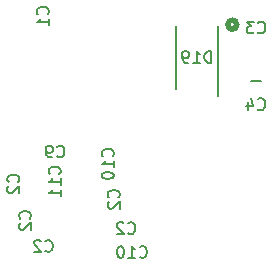
<source format=gbr>
%TF.GenerationSoftware,KiCad,Pcbnew,9.0.6*%
%TF.CreationDate,2025-12-07T19:18:26-08:00*%
%TF.ProjectId,redstone_comparator,72656473-746f-46e6-955f-636f6d706172,rev?*%
%TF.SameCoordinates,Original*%
%TF.FileFunction,Legend,Bot*%
%TF.FilePolarity,Positive*%
%FSLAX46Y46*%
G04 Gerber Fmt 4.6, Leading zero omitted, Abs format (unit mm)*
G04 Created by KiCad (PCBNEW 9.0.6) date 2025-12-07 19:18:26*
%MOMM*%
%LPD*%
G01*
G04 APERTURE LIST*
%ADD10C,0.150000*%
%ADD11C,0.508000*%
%ADD12C,0.200000*%
G04 APERTURE END LIST*
D10*
X130359580Y-52033333D02*
X130407200Y-51985714D01*
X130407200Y-51985714D02*
X130454819Y-51842857D01*
X130454819Y-51842857D02*
X130454819Y-51747619D01*
X130454819Y-51747619D02*
X130407200Y-51604762D01*
X130407200Y-51604762D02*
X130311961Y-51509524D01*
X130311961Y-51509524D02*
X130216723Y-51461905D01*
X130216723Y-51461905D02*
X130026247Y-51414286D01*
X130026247Y-51414286D02*
X129883390Y-51414286D01*
X129883390Y-51414286D02*
X129692914Y-51461905D01*
X129692914Y-51461905D02*
X129597676Y-51509524D01*
X129597676Y-51509524D02*
X129502438Y-51604762D01*
X129502438Y-51604762D02*
X129454819Y-51747619D01*
X129454819Y-51747619D02*
X129454819Y-51842857D01*
X129454819Y-51842857D02*
X129502438Y-51985714D01*
X129502438Y-51985714D02*
X129550057Y-52033333D01*
X129550057Y-52414286D02*
X129502438Y-52461905D01*
X129502438Y-52461905D02*
X129454819Y-52557143D01*
X129454819Y-52557143D02*
X129454819Y-52795238D01*
X129454819Y-52795238D02*
X129502438Y-52890476D01*
X129502438Y-52890476D02*
X129550057Y-52938095D01*
X129550057Y-52938095D02*
X129645295Y-52985714D01*
X129645295Y-52985714D02*
X129740533Y-52985714D01*
X129740533Y-52985714D02*
X129883390Y-52938095D01*
X129883390Y-52938095D02*
X130454819Y-52366667D01*
X130454819Y-52366667D02*
X130454819Y-52985714D01*
X138859580Y-53333333D02*
X138907200Y-53285714D01*
X138907200Y-53285714D02*
X138954819Y-53142857D01*
X138954819Y-53142857D02*
X138954819Y-53047619D01*
X138954819Y-53047619D02*
X138907200Y-52904762D01*
X138907200Y-52904762D02*
X138811961Y-52809524D01*
X138811961Y-52809524D02*
X138716723Y-52761905D01*
X138716723Y-52761905D02*
X138526247Y-52714286D01*
X138526247Y-52714286D02*
X138383390Y-52714286D01*
X138383390Y-52714286D02*
X138192914Y-52761905D01*
X138192914Y-52761905D02*
X138097676Y-52809524D01*
X138097676Y-52809524D02*
X138002438Y-52904762D01*
X138002438Y-52904762D02*
X137954819Y-53047619D01*
X137954819Y-53047619D02*
X137954819Y-53142857D01*
X137954819Y-53142857D02*
X138002438Y-53285714D01*
X138002438Y-53285714D02*
X138050057Y-53333333D01*
X138050057Y-53714286D02*
X138002438Y-53761905D01*
X138002438Y-53761905D02*
X137954819Y-53857143D01*
X137954819Y-53857143D02*
X137954819Y-54095238D01*
X137954819Y-54095238D02*
X138002438Y-54190476D01*
X138002438Y-54190476D02*
X138050057Y-54238095D01*
X138050057Y-54238095D02*
X138145295Y-54285714D01*
X138145295Y-54285714D02*
X138240533Y-54285714D01*
X138240533Y-54285714D02*
X138383390Y-54238095D01*
X138383390Y-54238095D02*
X138954819Y-53666667D01*
X138954819Y-53666667D02*
X138954819Y-54285714D01*
X132859580Y-37833333D02*
X132907200Y-37785714D01*
X132907200Y-37785714D02*
X132954819Y-37642857D01*
X132954819Y-37642857D02*
X132954819Y-37547619D01*
X132954819Y-37547619D02*
X132907200Y-37404762D01*
X132907200Y-37404762D02*
X132811961Y-37309524D01*
X132811961Y-37309524D02*
X132716723Y-37261905D01*
X132716723Y-37261905D02*
X132526247Y-37214286D01*
X132526247Y-37214286D02*
X132383390Y-37214286D01*
X132383390Y-37214286D02*
X132192914Y-37261905D01*
X132192914Y-37261905D02*
X132097676Y-37309524D01*
X132097676Y-37309524D02*
X132002438Y-37404762D01*
X132002438Y-37404762D02*
X131954819Y-37547619D01*
X131954819Y-37547619D02*
X131954819Y-37642857D01*
X131954819Y-37642857D02*
X132002438Y-37785714D01*
X132002438Y-37785714D02*
X132050057Y-37833333D01*
X132954819Y-38785714D02*
X132954819Y-38214286D01*
X132954819Y-38500000D02*
X131954819Y-38500000D01*
X131954819Y-38500000D02*
X132097676Y-38404762D01*
X132097676Y-38404762D02*
X132192914Y-38309524D01*
X132192914Y-38309524D02*
X132240533Y-38214286D01*
X132666666Y-57859580D02*
X132714285Y-57907200D01*
X132714285Y-57907200D02*
X132857142Y-57954819D01*
X132857142Y-57954819D02*
X132952380Y-57954819D01*
X132952380Y-57954819D02*
X133095237Y-57907200D01*
X133095237Y-57907200D02*
X133190475Y-57811961D01*
X133190475Y-57811961D02*
X133238094Y-57716723D01*
X133238094Y-57716723D02*
X133285713Y-57526247D01*
X133285713Y-57526247D02*
X133285713Y-57383390D01*
X133285713Y-57383390D02*
X133238094Y-57192914D01*
X133238094Y-57192914D02*
X133190475Y-57097676D01*
X133190475Y-57097676D02*
X133095237Y-57002438D01*
X133095237Y-57002438D02*
X132952380Y-56954819D01*
X132952380Y-56954819D02*
X132857142Y-56954819D01*
X132857142Y-56954819D02*
X132714285Y-57002438D01*
X132714285Y-57002438D02*
X132666666Y-57050057D01*
X132285713Y-57050057D02*
X132238094Y-57002438D01*
X132238094Y-57002438D02*
X132142856Y-56954819D01*
X132142856Y-56954819D02*
X131904761Y-56954819D01*
X131904761Y-56954819D02*
X131809523Y-57002438D01*
X131809523Y-57002438D02*
X131761904Y-57050057D01*
X131761904Y-57050057D02*
X131714285Y-57145295D01*
X131714285Y-57145295D02*
X131714285Y-57240533D01*
X131714285Y-57240533D02*
X131761904Y-57383390D01*
X131761904Y-57383390D02*
X132333332Y-57954819D01*
X132333332Y-57954819D02*
X131714285Y-57954819D01*
X133666666Y-49859580D02*
X133714285Y-49907200D01*
X133714285Y-49907200D02*
X133857142Y-49954819D01*
X133857142Y-49954819D02*
X133952380Y-49954819D01*
X133952380Y-49954819D02*
X134095237Y-49907200D01*
X134095237Y-49907200D02*
X134190475Y-49811961D01*
X134190475Y-49811961D02*
X134238094Y-49716723D01*
X134238094Y-49716723D02*
X134285713Y-49526247D01*
X134285713Y-49526247D02*
X134285713Y-49383390D01*
X134285713Y-49383390D02*
X134238094Y-49192914D01*
X134238094Y-49192914D02*
X134190475Y-49097676D01*
X134190475Y-49097676D02*
X134095237Y-49002438D01*
X134095237Y-49002438D02*
X133952380Y-48954819D01*
X133952380Y-48954819D02*
X133857142Y-48954819D01*
X133857142Y-48954819D02*
X133714285Y-49002438D01*
X133714285Y-49002438D02*
X133666666Y-49050057D01*
X133190475Y-49954819D02*
X132999999Y-49954819D01*
X132999999Y-49954819D02*
X132904761Y-49907200D01*
X132904761Y-49907200D02*
X132857142Y-49859580D01*
X132857142Y-49859580D02*
X132761904Y-49716723D01*
X132761904Y-49716723D02*
X132714285Y-49526247D01*
X132714285Y-49526247D02*
X132714285Y-49145295D01*
X132714285Y-49145295D02*
X132761904Y-49050057D01*
X132761904Y-49050057D02*
X132809523Y-49002438D01*
X132809523Y-49002438D02*
X132904761Y-48954819D01*
X132904761Y-48954819D02*
X133095237Y-48954819D01*
X133095237Y-48954819D02*
X133190475Y-49002438D01*
X133190475Y-49002438D02*
X133238094Y-49050057D01*
X133238094Y-49050057D02*
X133285713Y-49145295D01*
X133285713Y-49145295D02*
X133285713Y-49383390D01*
X133285713Y-49383390D02*
X133238094Y-49478628D01*
X133238094Y-49478628D02*
X133190475Y-49526247D01*
X133190475Y-49526247D02*
X133095237Y-49573866D01*
X133095237Y-49573866D02*
X132904761Y-49573866D01*
X132904761Y-49573866D02*
X132809523Y-49526247D01*
X132809523Y-49526247D02*
X132761904Y-49478628D01*
X132761904Y-49478628D02*
X132714285Y-49383390D01*
X150666666Y-39359580D02*
X150714285Y-39407200D01*
X150714285Y-39407200D02*
X150857142Y-39454819D01*
X150857142Y-39454819D02*
X150952380Y-39454819D01*
X150952380Y-39454819D02*
X151095237Y-39407200D01*
X151095237Y-39407200D02*
X151190475Y-39311961D01*
X151190475Y-39311961D02*
X151238094Y-39216723D01*
X151238094Y-39216723D02*
X151285713Y-39026247D01*
X151285713Y-39026247D02*
X151285713Y-38883390D01*
X151285713Y-38883390D02*
X151238094Y-38692914D01*
X151238094Y-38692914D02*
X151190475Y-38597676D01*
X151190475Y-38597676D02*
X151095237Y-38502438D01*
X151095237Y-38502438D02*
X150952380Y-38454819D01*
X150952380Y-38454819D02*
X150857142Y-38454819D01*
X150857142Y-38454819D02*
X150714285Y-38502438D01*
X150714285Y-38502438D02*
X150666666Y-38550057D01*
X150333332Y-38454819D02*
X149714285Y-38454819D01*
X149714285Y-38454819D02*
X150047618Y-38835771D01*
X150047618Y-38835771D02*
X149904761Y-38835771D01*
X149904761Y-38835771D02*
X149809523Y-38883390D01*
X149809523Y-38883390D02*
X149761904Y-38931009D01*
X149761904Y-38931009D02*
X149714285Y-39026247D01*
X149714285Y-39026247D02*
X149714285Y-39264342D01*
X149714285Y-39264342D02*
X149761904Y-39359580D01*
X149761904Y-39359580D02*
X149809523Y-39407200D01*
X149809523Y-39407200D02*
X149904761Y-39454819D01*
X149904761Y-39454819D02*
X150190475Y-39454819D01*
X150190475Y-39454819D02*
X150285713Y-39407200D01*
X150285713Y-39407200D02*
X150333332Y-39359580D01*
X146714285Y-41954819D02*
X146714285Y-40954819D01*
X146714285Y-40954819D02*
X146476190Y-40954819D01*
X146476190Y-40954819D02*
X146333333Y-41002438D01*
X146333333Y-41002438D02*
X146238095Y-41097676D01*
X146238095Y-41097676D02*
X146190476Y-41192914D01*
X146190476Y-41192914D02*
X146142857Y-41383390D01*
X146142857Y-41383390D02*
X146142857Y-41526247D01*
X146142857Y-41526247D02*
X146190476Y-41716723D01*
X146190476Y-41716723D02*
X146238095Y-41811961D01*
X146238095Y-41811961D02*
X146333333Y-41907200D01*
X146333333Y-41907200D02*
X146476190Y-41954819D01*
X146476190Y-41954819D02*
X146714285Y-41954819D01*
X145190476Y-41954819D02*
X145761904Y-41954819D01*
X145476190Y-41954819D02*
X145476190Y-40954819D01*
X145476190Y-40954819D02*
X145571428Y-41097676D01*
X145571428Y-41097676D02*
X145666666Y-41192914D01*
X145666666Y-41192914D02*
X145761904Y-41240533D01*
X144714285Y-41954819D02*
X144523809Y-41954819D01*
X144523809Y-41954819D02*
X144428571Y-41907200D01*
X144428571Y-41907200D02*
X144380952Y-41859580D01*
X144380952Y-41859580D02*
X144285714Y-41716723D01*
X144285714Y-41716723D02*
X144238095Y-41526247D01*
X144238095Y-41526247D02*
X144238095Y-41145295D01*
X144238095Y-41145295D02*
X144285714Y-41050057D01*
X144285714Y-41050057D02*
X144333333Y-41002438D01*
X144333333Y-41002438D02*
X144428571Y-40954819D01*
X144428571Y-40954819D02*
X144619047Y-40954819D01*
X144619047Y-40954819D02*
X144714285Y-41002438D01*
X144714285Y-41002438D02*
X144761904Y-41050057D01*
X144761904Y-41050057D02*
X144809523Y-41145295D01*
X144809523Y-41145295D02*
X144809523Y-41383390D01*
X144809523Y-41383390D02*
X144761904Y-41478628D01*
X144761904Y-41478628D02*
X144714285Y-41526247D01*
X144714285Y-41526247D02*
X144619047Y-41573866D01*
X144619047Y-41573866D02*
X144428571Y-41573866D01*
X144428571Y-41573866D02*
X144333333Y-41526247D01*
X144333333Y-41526247D02*
X144285714Y-41478628D01*
X144285714Y-41478628D02*
X144238095Y-41383390D01*
X131359580Y-55133333D02*
X131407200Y-55085714D01*
X131407200Y-55085714D02*
X131454819Y-54942857D01*
X131454819Y-54942857D02*
X131454819Y-54847619D01*
X131454819Y-54847619D02*
X131407200Y-54704762D01*
X131407200Y-54704762D02*
X131311961Y-54609524D01*
X131311961Y-54609524D02*
X131216723Y-54561905D01*
X131216723Y-54561905D02*
X131026247Y-54514286D01*
X131026247Y-54514286D02*
X130883390Y-54514286D01*
X130883390Y-54514286D02*
X130692914Y-54561905D01*
X130692914Y-54561905D02*
X130597676Y-54609524D01*
X130597676Y-54609524D02*
X130502438Y-54704762D01*
X130502438Y-54704762D02*
X130454819Y-54847619D01*
X130454819Y-54847619D02*
X130454819Y-54942857D01*
X130454819Y-54942857D02*
X130502438Y-55085714D01*
X130502438Y-55085714D02*
X130550057Y-55133333D01*
X130550057Y-55514286D02*
X130502438Y-55561905D01*
X130502438Y-55561905D02*
X130454819Y-55657143D01*
X130454819Y-55657143D02*
X130454819Y-55895238D01*
X130454819Y-55895238D02*
X130502438Y-55990476D01*
X130502438Y-55990476D02*
X130550057Y-56038095D01*
X130550057Y-56038095D02*
X130645295Y-56085714D01*
X130645295Y-56085714D02*
X130740533Y-56085714D01*
X130740533Y-56085714D02*
X130883390Y-56038095D01*
X130883390Y-56038095D02*
X131454819Y-55466667D01*
X131454819Y-55466667D02*
X131454819Y-56085714D01*
X138359580Y-49857142D02*
X138407200Y-49809523D01*
X138407200Y-49809523D02*
X138454819Y-49666666D01*
X138454819Y-49666666D02*
X138454819Y-49571428D01*
X138454819Y-49571428D02*
X138407200Y-49428571D01*
X138407200Y-49428571D02*
X138311961Y-49333333D01*
X138311961Y-49333333D02*
X138216723Y-49285714D01*
X138216723Y-49285714D02*
X138026247Y-49238095D01*
X138026247Y-49238095D02*
X137883390Y-49238095D01*
X137883390Y-49238095D02*
X137692914Y-49285714D01*
X137692914Y-49285714D02*
X137597676Y-49333333D01*
X137597676Y-49333333D02*
X137502438Y-49428571D01*
X137502438Y-49428571D02*
X137454819Y-49571428D01*
X137454819Y-49571428D02*
X137454819Y-49666666D01*
X137454819Y-49666666D02*
X137502438Y-49809523D01*
X137502438Y-49809523D02*
X137550057Y-49857142D01*
X138454819Y-50809523D02*
X138454819Y-50238095D01*
X138454819Y-50523809D02*
X137454819Y-50523809D01*
X137454819Y-50523809D02*
X137597676Y-50428571D01*
X137597676Y-50428571D02*
X137692914Y-50333333D01*
X137692914Y-50333333D02*
X137740533Y-50238095D01*
X137454819Y-51428571D02*
X137454819Y-51523809D01*
X137454819Y-51523809D02*
X137502438Y-51619047D01*
X137502438Y-51619047D02*
X137550057Y-51666666D01*
X137550057Y-51666666D02*
X137645295Y-51714285D01*
X137645295Y-51714285D02*
X137835771Y-51761904D01*
X137835771Y-51761904D02*
X138073866Y-51761904D01*
X138073866Y-51761904D02*
X138264342Y-51714285D01*
X138264342Y-51714285D02*
X138359580Y-51666666D01*
X138359580Y-51666666D02*
X138407200Y-51619047D01*
X138407200Y-51619047D02*
X138454819Y-51523809D01*
X138454819Y-51523809D02*
X138454819Y-51428571D01*
X138454819Y-51428571D02*
X138407200Y-51333333D01*
X138407200Y-51333333D02*
X138359580Y-51285714D01*
X138359580Y-51285714D02*
X138264342Y-51238095D01*
X138264342Y-51238095D02*
X138073866Y-51190476D01*
X138073866Y-51190476D02*
X137835771Y-51190476D01*
X137835771Y-51190476D02*
X137645295Y-51238095D01*
X137645295Y-51238095D02*
X137550057Y-51285714D01*
X137550057Y-51285714D02*
X137502438Y-51333333D01*
X137502438Y-51333333D02*
X137454819Y-51428571D01*
X140642857Y-58359580D02*
X140690476Y-58407200D01*
X140690476Y-58407200D02*
X140833333Y-58454819D01*
X140833333Y-58454819D02*
X140928571Y-58454819D01*
X140928571Y-58454819D02*
X141071428Y-58407200D01*
X141071428Y-58407200D02*
X141166666Y-58311961D01*
X141166666Y-58311961D02*
X141214285Y-58216723D01*
X141214285Y-58216723D02*
X141261904Y-58026247D01*
X141261904Y-58026247D02*
X141261904Y-57883390D01*
X141261904Y-57883390D02*
X141214285Y-57692914D01*
X141214285Y-57692914D02*
X141166666Y-57597676D01*
X141166666Y-57597676D02*
X141071428Y-57502438D01*
X141071428Y-57502438D02*
X140928571Y-57454819D01*
X140928571Y-57454819D02*
X140833333Y-57454819D01*
X140833333Y-57454819D02*
X140690476Y-57502438D01*
X140690476Y-57502438D02*
X140642857Y-57550057D01*
X139690476Y-58454819D02*
X140261904Y-58454819D01*
X139976190Y-58454819D02*
X139976190Y-57454819D01*
X139976190Y-57454819D02*
X140071428Y-57597676D01*
X140071428Y-57597676D02*
X140166666Y-57692914D01*
X140166666Y-57692914D02*
X140261904Y-57740533D01*
X139071428Y-57454819D02*
X138976190Y-57454819D01*
X138976190Y-57454819D02*
X138880952Y-57502438D01*
X138880952Y-57502438D02*
X138833333Y-57550057D01*
X138833333Y-57550057D02*
X138785714Y-57645295D01*
X138785714Y-57645295D02*
X138738095Y-57835771D01*
X138738095Y-57835771D02*
X138738095Y-58073866D01*
X138738095Y-58073866D02*
X138785714Y-58264342D01*
X138785714Y-58264342D02*
X138833333Y-58359580D01*
X138833333Y-58359580D02*
X138880952Y-58407200D01*
X138880952Y-58407200D02*
X138976190Y-58454819D01*
X138976190Y-58454819D02*
X139071428Y-58454819D01*
X139071428Y-58454819D02*
X139166666Y-58407200D01*
X139166666Y-58407200D02*
X139214285Y-58359580D01*
X139214285Y-58359580D02*
X139261904Y-58264342D01*
X139261904Y-58264342D02*
X139309523Y-58073866D01*
X139309523Y-58073866D02*
X139309523Y-57835771D01*
X139309523Y-57835771D02*
X139261904Y-57645295D01*
X139261904Y-57645295D02*
X139214285Y-57550057D01*
X139214285Y-57550057D02*
X139166666Y-57502438D01*
X139166666Y-57502438D02*
X139071428Y-57454819D01*
X139666666Y-56359580D02*
X139714285Y-56407200D01*
X139714285Y-56407200D02*
X139857142Y-56454819D01*
X139857142Y-56454819D02*
X139952380Y-56454819D01*
X139952380Y-56454819D02*
X140095237Y-56407200D01*
X140095237Y-56407200D02*
X140190475Y-56311961D01*
X140190475Y-56311961D02*
X140238094Y-56216723D01*
X140238094Y-56216723D02*
X140285713Y-56026247D01*
X140285713Y-56026247D02*
X140285713Y-55883390D01*
X140285713Y-55883390D02*
X140238094Y-55692914D01*
X140238094Y-55692914D02*
X140190475Y-55597676D01*
X140190475Y-55597676D02*
X140095237Y-55502438D01*
X140095237Y-55502438D02*
X139952380Y-55454819D01*
X139952380Y-55454819D02*
X139857142Y-55454819D01*
X139857142Y-55454819D02*
X139714285Y-55502438D01*
X139714285Y-55502438D02*
X139666666Y-55550057D01*
X139285713Y-55550057D02*
X139238094Y-55502438D01*
X139238094Y-55502438D02*
X139142856Y-55454819D01*
X139142856Y-55454819D02*
X138904761Y-55454819D01*
X138904761Y-55454819D02*
X138809523Y-55502438D01*
X138809523Y-55502438D02*
X138761904Y-55550057D01*
X138761904Y-55550057D02*
X138714285Y-55645295D01*
X138714285Y-55645295D02*
X138714285Y-55740533D01*
X138714285Y-55740533D02*
X138761904Y-55883390D01*
X138761904Y-55883390D02*
X139333332Y-56454819D01*
X139333332Y-56454819D02*
X138714285Y-56454819D01*
X150666666Y-45859580D02*
X150714285Y-45907200D01*
X150714285Y-45907200D02*
X150857142Y-45954819D01*
X150857142Y-45954819D02*
X150952380Y-45954819D01*
X150952380Y-45954819D02*
X151095237Y-45907200D01*
X151095237Y-45907200D02*
X151190475Y-45811961D01*
X151190475Y-45811961D02*
X151238094Y-45716723D01*
X151238094Y-45716723D02*
X151285713Y-45526247D01*
X151285713Y-45526247D02*
X151285713Y-45383390D01*
X151285713Y-45383390D02*
X151238094Y-45192914D01*
X151238094Y-45192914D02*
X151190475Y-45097676D01*
X151190475Y-45097676D02*
X151095237Y-45002438D01*
X151095237Y-45002438D02*
X150952380Y-44954819D01*
X150952380Y-44954819D02*
X150857142Y-44954819D01*
X150857142Y-44954819D02*
X150714285Y-45002438D01*
X150714285Y-45002438D02*
X150666666Y-45050057D01*
X149809523Y-45288152D02*
X149809523Y-45954819D01*
X150047618Y-44907200D02*
X150285713Y-45621485D01*
X150285713Y-45621485D02*
X149666666Y-45621485D01*
X133859580Y-51357142D02*
X133907200Y-51309523D01*
X133907200Y-51309523D02*
X133954819Y-51166666D01*
X133954819Y-51166666D02*
X133954819Y-51071428D01*
X133954819Y-51071428D02*
X133907200Y-50928571D01*
X133907200Y-50928571D02*
X133811961Y-50833333D01*
X133811961Y-50833333D02*
X133716723Y-50785714D01*
X133716723Y-50785714D02*
X133526247Y-50738095D01*
X133526247Y-50738095D02*
X133383390Y-50738095D01*
X133383390Y-50738095D02*
X133192914Y-50785714D01*
X133192914Y-50785714D02*
X133097676Y-50833333D01*
X133097676Y-50833333D02*
X133002438Y-50928571D01*
X133002438Y-50928571D02*
X132954819Y-51071428D01*
X132954819Y-51071428D02*
X132954819Y-51166666D01*
X132954819Y-51166666D02*
X133002438Y-51309523D01*
X133002438Y-51309523D02*
X133050057Y-51357142D01*
X133954819Y-52309523D02*
X133954819Y-51738095D01*
X133954819Y-52023809D02*
X132954819Y-52023809D01*
X132954819Y-52023809D02*
X133097676Y-51928571D01*
X133097676Y-51928571D02*
X133192914Y-51833333D01*
X133192914Y-51833333D02*
X133240533Y-51738095D01*
X133954819Y-53261904D02*
X133954819Y-52690476D01*
X133954819Y-52976190D02*
X132954819Y-52976190D01*
X132954819Y-52976190D02*
X133097676Y-52880952D01*
X133097676Y-52880952D02*
X133192914Y-52785714D01*
X133192914Y-52785714D02*
X133240533Y-52690476D01*
D11*
%TO.C,U2*%
X148881000Y-38720100D02*
G75*
G02*
X148119000Y-38720100I-381000J0D01*
G01*
X148119000Y-38720100D02*
G75*
G02*
X148881000Y-38720100I381000J0D01*
G01*
D12*
%TO.C,D19*%
X143690000Y-44200000D02*
X143690000Y-38800000D01*
X147310000Y-38800000D02*
X147310000Y-44775000D01*
%TO.C,C4*%
X150100000Y-43500000D02*
X150900000Y-43500000D01*
%TD*%
M02*

</source>
